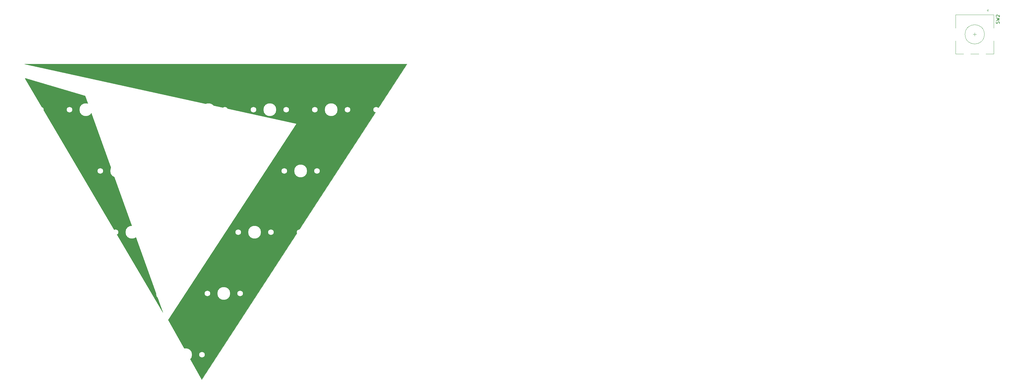
<source format=gto>
G04 #@! TF.GenerationSoftware,KiCad,Pcbnew,(5.1.4)-1*
G04 #@! TF.CreationDate,2020-09-20T18:26:42+10:00*
G04 #@! TF.ProjectId,keyboard-10,6b657962-6f61-4726-942d-31302e6b6963,rev?*
G04 #@! TF.SameCoordinates,Original*
G04 #@! TF.FileFunction,Legend,Top*
G04 #@! TF.FilePolarity,Positive*
%FSLAX46Y46*%
G04 Gerber Fmt 4.6, Leading zero omitted, Abs format (unit mm)*
G04 Created by KiCad (PCBNEW (5.1.4)-1) date 2020-09-20 18:26:42*
%MOMM*%
%LPD*%
G04 APERTURE LIST*
%ADD10C,0.100000*%
%ADD11C,0.120000*%
%ADD12C,0.150000*%
%ADD13C,3.987800*%
%ADD14C,1.750000*%
%ADD15R,2.000000X2.000000*%
%ADD16C,2.000000*%
%ADD17R,2.000000X3.200000*%
%ADD18C,3.048000*%
%ADD19O,1.000000X1.600000*%
%ADD20O,1.000000X2.100000*%
%ADD21C,0.650000*%
G04 APERTURE END LIST*
D10*
G36*
X155321000Y-120269000D02*
G01*
X179451000Y-187579000D01*
X136652000Y-114935000D01*
X136652000Y-114808000D01*
X155321000Y-120269000D01*
G37*
X155321000Y-120269000D02*
X179451000Y-187579000D01*
X136652000Y-114935000D01*
X136652000Y-114808000D01*
X155321000Y-120269000D01*
G36*
X191516000Y-208534000D02*
G01*
X181102000Y-189992000D01*
X220980000Y-128905000D01*
X136525000Y-110363000D01*
X255270000Y-110363000D01*
X191516000Y-208534000D01*
G37*
X191516000Y-208534000D02*
X181102000Y-189992000D01*
X220980000Y-128905000D01*
X136525000Y-110363000D01*
X255270000Y-110363000D01*
X191516000Y-208534000D01*
D11*
X434681250Y-101162500D02*
G75*
G03X434681250Y-101162500I-3000000J0D01*
G01*
X437581250Y-103162500D02*
X437581250Y-107262500D01*
X425781250Y-107262500D02*
X425781250Y-103162500D01*
X425781250Y-99162500D02*
X425781250Y-95062500D01*
X437581250Y-99162500D02*
X437581250Y-95062500D01*
X437581250Y-95062500D02*
X425781250Y-95062500D01*
X435481250Y-93662500D02*
X435781250Y-93362500D01*
X435781250Y-93362500D02*
X435781250Y-93962500D01*
X435781250Y-93962500D02*
X435481250Y-93662500D01*
X437581250Y-107262500D02*
X435181250Y-107262500D01*
X432981250Y-107262500D02*
X430381250Y-107262500D01*
X428181250Y-107262500D02*
X425781250Y-107262500D01*
X432181250Y-101162500D02*
X431181250Y-101162500D01*
X431681250Y-100662500D02*
X431681250Y-101662500D01*
D12*
X439286011Y-97795833D02*
X439333630Y-97652976D01*
X439333630Y-97414880D01*
X439286011Y-97319642D01*
X439238392Y-97272023D01*
X439143154Y-97224404D01*
X439047916Y-97224404D01*
X438952678Y-97272023D01*
X438905059Y-97319642D01*
X438857440Y-97414880D01*
X438809821Y-97605357D01*
X438762202Y-97700595D01*
X438714583Y-97748214D01*
X438619345Y-97795833D01*
X438524107Y-97795833D01*
X438428869Y-97748214D01*
X438381250Y-97700595D01*
X438333630Y-97605357D01*
X438333630Y-97367261D01*
X438381250Y-97224404D01*
X438333630Y-96891071D02*
X439333630Y-96652976D01*
X438619345Y-96462500D01*
X439333630Y-96272023D01*
X438333630Y-96033928D01*
X438428869Y-95700595D02*
X438381250Y-95652976D01*
X438333630Y-95557738D01*
X438333630Y-95319642D01*
X438381250Y-95224404D01*
X438428869Y-95176785D01*
X438524107Y-95129166D01*
X438619345Y-95129166D01*
X438762202Y-95176785D01*
X439333630Y-95748214D01*
X439333630Y-95129166D01*
%LPC*%
D13*
X143668750Y-162718750D03*
D14*
X138588750Y-162718750D03*
X148748750Y-162718750D03*
D13*
X138906250Y-162718750D03*
D14*
X133826250Y-162718750D03*
X143986250Y-162718750D03*
D15*
X434181250Y-93662500D03*
D16*
X431681250Y-93662500D03*
X429181250Y-93662500D03*
D17*
X437281250Y-101162500D03*
X426081250Y-101162500D03*
D16*
X434181250Y-108162500D03*
X429181250Y-108162500D03*
D13*
X136525000Y-100806250D03*
D14*
X131445000Y-100806250D03*
X141605000Y-100806250D03*
D13*
X407987500Y-186531250D03*
D14*
X402907500Y-186531250D03*
X413067500Y-186531250D03*
D13*
X377031250Y-181768750D03*
D14*
X371951250Y-181768750D03*
X382111250Y-181768750D03*
D13*
X355600000Y-143668750D03*
D14*
X350520000Y-143668750D03*
X360680000Y-143668750D03*
D13*
X374650000Y-143668750D03*
D14*
X369570000Y-143668750D03*
X379730000Y-143668750D03*
D13*
X169862500Y-162718750D03*
D14*
X164782500Y-162718750D03*
X174942500Y-162718750D03*
D13*
X269875000Y-124618750D03*
D14*
X264795000Y-124618750D03*
X274955000Y-124618750D03*
D13*
X427037500Y-205581250D03*
D14*
X421957500Y-205581250D03*
X432117500Y-205581250D03*
D13*
X407987500Y-205581250D03*
D14*
X402907500Y-205581250D03*
X413067500Y-205581250D03*
D13*
X388937500Y-205581250D03*
D14*
X383857500Y-205581250D03*
X394017500Y-205581250D03*
D13*
X365125000Y-200818750D03*
D14*
X360045000Y-200818750D03*
X370205000Y-200818750D03*
D13*
X346075000Y-200818750D03*
D14*
X340995000Y-200818750D03*
X351155000Y-200818750D03*
D13*
X327025000Y-200818750D03*
D14*
X321945000Y-200818750D03*
X332105000Y-200818750D03*
D13*
X257968750Y-200818750D03*
D14*
X252888750Y-200818750D03*
X263048750Y-200818750D03*
D18*
X207968850Y-193833750D03*
X307968650Y-193833750D03*
D13*
X207968850Y-209073750D03*
X307968650Y-209073750D03*
X186531250Y-200818750D03*
D14*
X181451250Y-200818750D03*
X191611250Y-200818750D03*
D13*
X162718750Y-200818750D03*
D14*
X157638750Y-200818750D03*
X167798750Y-200818750D03*
D13*
X138906250Y-200818750D03*
D14*
X133826250Y-200818750D03*
X143986250Y-200818750D03*
D13*
X431800000Y-181768750D03*
D14*
X426720000Y-181768750D03*
X436880000Y-181768750D03*
D13*
X350837500Y-181768750D03*
D14*
X345757500Y-181768750D03*
X355917500Y-181768750D03*
D13*
X331787500Y-181768750D03*
D14*
X326707500Y-181768750D03*
X336867500Y-181768750D03*
D13*
X312737500Y-181768750D03*
D14*
X307657500Y-181768750D03*
X317817500Y-181768750D03*
D13*
X293687500Y-181768750D03*
D14*
X288607500Y-181768750D03*
X298767500Y-181768750D03*
D13*
X274637500Y-181768750D03*
D14*
X269557500Y-181768750D03*
X279717500Y-181768750D03*
D13*
X255587500Y-181768750D03*
D14*
X250507500Y-181768750D03*
X260667500Y-181768750D03*
D13*
X236537500Y-181768750D03*
D14*
X231457500Y-181768750D03*
X241617500Y-181768750D03*
D13*
X217487500Y-181768750D03*
D14*
X212407500Y-181768750D03*
X222567500Y-181768750D03*
D13*
X198437500Y-181768750D03*
D14*
X193357500Y-181768750D03*
X203517500Y-181768750D03*
D13*
X179387500Y-181768750D03*
D14*
X174307500Y-181768750D03*
X184467500Y-181768750D03*
D13*
X148431250Y-181768750D03*
D14*
X143351250Y-181768750D03*
X153511250Y-181768750D03*
D18*
X136525000Y-174783750D03*
X160337500Y-174783750D03*
D13*
X136525000Y-190023750D03*
X160337500Y-190023750D03*
X431800000Y-162718750D03*
D14*
X426720000Y-162718750D03*
X436880000Y-162718750D03*
D13*
X391318750Y-162718750D03*
D14*
X386238750Y-162718750D03*
X396398750Y-162718750D03*
D18*
X379412500Y-155733750D03*
X403225000Y-155733750D03*
D13*
X379412500Y-170973750D03*
X403225000Y-170973750D03*
X360362500Y-162718750D03*
D14*
X355282500Y-162718750D03*
X365442500Y-162718750D03*
D13*
X341312500Y-162718750D03*
D14*
X336232500Y-162718750D03*
X346392500Y-162718750D03*
D13*
X322262500Y-162718750D03*
D14*
X317182500Y-162718750D03*
X327342500Y-162718750D03*
D13*
X303212500Y-162718750D03*
D14*
X298132500Y-162718750D03*
X308292500Y-162718750D03*
D13*
X284162500Y-162718750D03*
D14*
X279082500Y-162718750D03*
X289242500Y-162718750D03*
D13*
X265112500Y-162718750D03*
D14*
X260032500Y-162718750D03*
X270192500Y-162718750D03*
D13*
X246062500Y-162718750D03*
D14*
X240982500Y-162718750D03*
X251142500Y-162718750D03*
D13*
X227012500Y-162718750D03*
D14*
X221932500Y-162718750D03*
X232092500Y-162718750D03*
D13*
X207962500Y-162718750D03*
D14*
X202882500Y-162718750D03*
X213042500Y-162718750D03*
D13*
X188912500Y-162718750D03*
D14*
X183832500Y-162718750D03*
X193992500Y-162718750D03*
D13*
X431800000Y-143668750D03*
D14*
X426720000Y-143668750D03*
X436880000Y-143668750D03*
D13*
X398462500Y-143668750D03*
D14*
X393382500Y-143668750D03*
X403542500Y-143668750D03*
D13*
X336550000Y-143668750D03*
D14*
X331470000Y-143668750D03*
X341630000Y-143668750D03*
D13*
X317500000Y-143668750D03*
D14*
X312420000Y-143668750D03*
X322580000Y-143668750D03*
D13*
X298450000Y-143668750D03*
D14*
X293370000Y-143668750D03*
X303530000Y-143668750D03*
D13*
X279400000Y-143668750D03*
D14*
X274320000Y-143668750D03*
X284480000Y-143668750D03*
D13*
X260350000Y-143668750D03*
D14*
X255270000Y-143668750D03*
X265430000Y-143668750D03*
D13*
X241300000Y-143668750D03*
D14*
X236220000Y-143668750D03*
X246380000Y-143668750D03*
D13*
X222250000Y-143668750D03*
D14*
X217170000Y-143668750D03*
X227330000Y-143668750D03*
D13*
X203200000Y-143668750D03*
D14*
X198120000Y-143668750D03*
X208280000Y-143668750D03*
D13*
X184150000Y-143668750D03*
D14*
X179070000Y-143668750D03*
X189230000Y-143668750D03*
D13*
X165100000Y-143668750D03*
D14*
X160020000Y-143668750D03*
X170180000Y-143668750D03*
D13*
X141287500Y-143668750D03*
D14*
X136207500Y-143668750D03*
X146367500Y-143668750D03*
D13*
X431800000Y-124618750D03*
D14*
X426720000Y-124618750D03*
X436880000Y-124618750D03*
D13*
X393700000Y-124618750D03*
D14*
X388620000Y-124618750D03*
X398780000Y-124618750D03*
D13*
X365125000Y-124618750D03*
D14*
X360045000Y-124618750D03*
X370205000Y-124618750D03*
D13*
X346075000Y-124618750D03*
D14*
X340995000Y-124618750D03*
X351155000Y-124618750D03*
D13*
X327025000Y-124618750D03*
D14*
X321945000Y-124618750D03*
X332105000Y-124618750D03*
D13*
X307975000Y-124618750D03*
D14*
X302895000Y-124618750D03*
X313055000Y-124618750D03*
D13*
X288925000Y-124618750D03*
D14*
X283845000Y-124618750D03*
X294005000Y-124618750D03*
D13*
X250825000Y-124618750D03*
D14*
X245745000Y-124618750D03*
X255905000Y-124618750D03*
D13*
X231775000Y-124618750D03*
D14*
X226695000Y-124618750D03*
X236855000Y-124618750D03*
D13*
X212725000Y-124618750D03*
D14*
X207645000Y-124618750D03*
X217805000Y-124618750D03*
D13*
X193675000Y-124618750D03*
D14*
X188595000Y-124618750D03*
X198755000Y-124618750D03*
D13*
X174625000Y-124618750D03*
D14*
X169545000Y-124618750D03*
X179705000Y-124618750D03*
D13*
X155575000Y-124618750D03*
D14*
X150495000Y-124618750D03*
X160655000Y-124618750D03*
D13*
X136525000Y-124618750D03*
D14*
X131445000Y-124618750D03*
X141605000Y-124618750D03*
D13*
X403225000Y-100806250D03*
D14*
X398145000Y-100806250D03*
X408305000Y-100806250D03*
D13*
X384175000Y-100806250D03*
D14*
X379095000Y-100806250D03*
X389255000Y-100806250D03*
D13*
X365125000Y-100806250D03*
D14*
X360045000Y-100806250D03*
X370205000Y-100806250D03*
D13*
X346075000Y-100806250D03*
D14*
X340995000Y-100806250D03*
X351155000Y-100806250D03*
D13*
X317500000Y-100806250D03*
D14*
X312420000Y-100806250D03*
X322580000Y-100806250D03*
D13*
X298450000Y-100806250D03*
D14*
X293370000Y-100806250D03*
X303530000Y-100806250D03*
D13*
X279400000Y-100806250D03*
D14*
X274320000Y-100806250D03*
X284480000Y-100806250D03*
D13*
X260350000Y-100806250D03*
D14*
X255270000Y-100806250D03*
X265430000Y-100806250D03*
D13*
X231775000Y-100806250D03*
D14*
X226695000Y-100806250D03*
X236855000Y-100806250D03*
D13*
X212725000Y-100806250D03*
D14*
X207645000Y-100806250D03*
X217805000Y-100806250D03*
D13*
X193675000Y-100806250D03*
D14*
X188595000Y-100806250D03*
X198755000Y-100806250D03*
D13*
X174625000Y-100806250D03*
D14*
X169545000Y-100806250D03*
X179705000Y-100806250D03*
D19*
X421896000Y-92897000D03*
X413256000Y-92897000D03*
D20*
X421896000Y-97077000D03*
X413256000Y-97077000D03*
D21*
X414686000Y-96547000D03*
X420466000Y-96547000D03*
M02*

</source>
